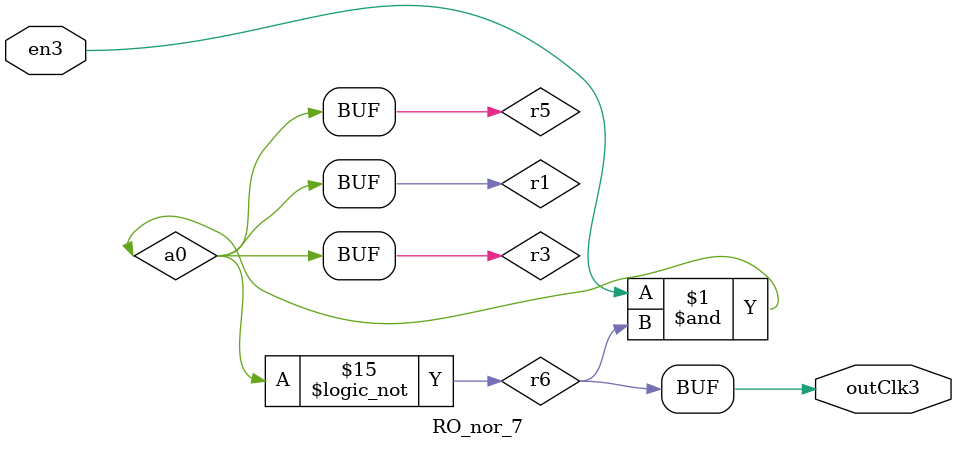
<source format=sv>
module RO_not_3
	(input logic en1,
	output logic outClk1);
	logic a0;
	logic r0;
	logic r1;
	logic r2;
	assign a0 = en1 & r2;
	assign r0 = !a0;
	assign r1 = !r0;
	assign r2 = !r1;
	assign outClk1 = r2;
endmodule

module RO_nand_5
	(input logic en2,
	output logic outClk2);
	logic a0;
	logic r0;
	logic r1;
	logic r2;
	logic r3;
	logic r4;
	assign a0 = en2 & r4;
	assign r0 = !(a0 & a0);
	assign r1 = !(r0 & r0);
	assign r2 = !(r1 & r1);
	assign r3 = !(r2 & r2);
	assign r4 = !(r3 & r3);
	assign outClk2 = r4;
endmodule

module RO_nor_7
	(input logic en3,
	output logic outClk3);
	logic a0;
	logic r0;
	logic r1;
	logic r2;
	logic r3;
	logic r4;
	logic r5;
	logic r6;
	assign a0 = en3 & r6;
	assign r0 = !(a0 | a0);
	assign r1 = !(r0 | r0);
	assign r2 = !(r1 | r1);
	assign r3 = !(r2 | r2);
	assign r4 = !(r3 | r3);
	assign r5 = !(r4 | r4);
	assign r6 = !(r5 | r5);
	assign outClk3 = r6;
endmodule


</source>
